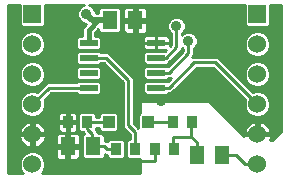
<source format=gtl>
G75*
G70*
%OFA0B0*%
%FSLAX24Y24*%
%IPPOS*%
%LPD*%
%AMOC8*
5,1,8,0,0,1.08239X$1,22.5*
%
%ADD10R,0.0600X0.0200*%
%ADD11R,0.0394X0.0394*%
%ADD12R,0.0500X0.0600*%
%ADD13R,0.0600X0.0600*%
%ADD14C,0.0600*%
%ADD15R,0.0350X0.0400*%
%ADD16C,0.0360*%
%ADD17C,0.0200*%
%ADD18C,0.0160*%
%ADD19C,0.0100*%
D10*
X006601Y006525D03*
X006601Y006025D03*
X006601Y005525D03*
X006601Y005025D03*
X004341Y005025D03*
X004341Y005525D03*
X004341Y006025D03*
X004341Y006525D03*
D11*
X005011Y003875D03*
X006332Y003875D03*
D12*
X007942Y002775D03*
X008801Y002775D03*
X004501Y003075D03*
X003642Y003075D03*
X005042Y007275D03*
X005901Y007275D03*
D13*
X002471Y007475D03*
X009971Y007475D03*
D14*
X009971Y006475D03*
X009971Y005475D03*
X009971Y004475D03*
X009971Y003475D03*
X009971Y002475D03*
X002471Y002475D03*
X002471Y003475D03*
X002471Y004475D03*
X002471Y005475D03*
X002471Y006475D03*
D15*
X003646Y003875D03*
X004296Y003875D03*
X005246Y002975D03*
X005896Y002975D03*
X006546Y002975D03*
X007196Y002975D03*
X007146Y003875D03*
X007796Y003875D03*
D16*
X006771Y004575D03*
X008271Y005275D03*
X008271Y006275D03*
X007671Y006575D03*
X007271Y007075D03*
X005771Y006275D03*
X005071Y005175D03*
X003671Y004675D03*
X003571Y005975D03*
X004271Y007475D03*
D17*
X004471Y007275D01*
X004671Y007275D01*
X005042Y007275D01*
X005071Y007275D01*
D18*
X004671Y007275D02*
X004341Y006945D01*
X004341Y006525D01*
D19*
X001671Y007775D02*
X001671Y002175D01*
X002163Y002175D01*
X002107Y002232D01*
X002041Y002390D01*
X002041Y002561D01*
X002107Y002719D01*
X002228Y002840D01*
X002386Y002905D01*
X002557Y002905D01*
X002715Y002840D01*
X002836Y002719D01*
X002901Y002561D01*
X002901Y002390D01*
X002836Y002232D01*
X002779Y002175D01*
X006071Y002175D01*
X006071Y002645D01*
X005668Y002645D01*
X005591Y002722D01*
X005591Y003229D01*
X005668Y003305D01*
X005716Y003305D01*
X005716Y003476D01*
X005597Y003595D01*
X005491Y003701D01*
X005491Y005201D01*
X004997Y005695D01*
X004847Y005845D01*
X004745Y005845D01*
X004695Y005795D01*
X003988Y005795D01*
X003911Y005872D01*
X003911Y006179D01*
X003988Y006255D01*
X004695Y006255D01*
X004745Y006205D01*
X004847Y006205D01*
X004996Y006205D01*
X005251Y005950D01*
X005851Y005350D01*
X005851Y005201D01*
X005851Y003850D01*
X006005Y003696D01*
X006005Y004126D01*
X006071Y004192D01*
X006071Y004575D01*
X008371Y004575D01*
X009521Y003425D01*
X009521Y003435D01*
X009931Y003435D01*
X009931Y003275D01*
X010011Y003275D01*
X010011Y003435D01*
X010421Y003435D01*
X010421Y003386D01*
X010376Y003275D01*
X010471Y003275D01*
X010771Y003575D01*
X010771Y007775D01*
X010401Y007775D01*
X010401Y007122D01*
X010325Y007045D01*
X009618Y007045D01*
X009541Y007122D01*
X009541Y007775D01*
X004357Y007775D01*
X004447Y007738D01*
X004534Y007651D01*
X004581Y007537D01*
X004581Y007505D01*
X004662Y007505D01*
X004662Y007629D01*
X004738Y007705D01*
X005346Y007705D01*
X005422Y007629D01*
X005422Y006922D01*
X005346Y006845D01*
X004738Y006845D01*
X004662Y006922D01*
X004662Y006969D01*
X004551Y006858D01*
X004551Y006755D01*
X004695Y006755D01*
X004771Y006679D01*
X004771Y006372D01*
X004695Y006295D01*
X003988Y006295D01*
X003911Y006372D01*
X003911Y006679D01*
X003988Y006755D01*
X004131Y006755D01*
X004131Y006858D01*
X004131Y007032D01*
X004260Y007161D01*
X004256Y007165D01*
X004210Y007165D01*
X004096Y007213D01*
X004009Y007300D01*
X003961Y007414D01*
X003961Y007537D01*
X004009Y007651D01*
X004096Y007738D01*
X004186Y007775D01*
X002901Y007775D01*
X002901Y007122D01*
X002825Y007045D01*
X002118Y007045D01*
X002041Y007122D01*
X002041Y007775D01*
X001671Y007775D01*
X001671Y007691D02*
X002041Y007691D01*
X002041Y007592D02*
X001671Y007592D01*
X001671Y007494D02*
X002041Y007494D01*
X002041Y007395D02*
X001671Y007395D01*
X001671Y007297D02*
X002041Y007297D01*
X002041Y007198D02*
X001671Y007198D01*
X001671Y007100D02*
X002063Y007100D01*
X002228Y006840D02*
X002107Y006719D01*
X002041Y006561D01*
X002041Y006390D01*
X002107Y006232D01*
X002228Y006111D01*
X002386Y006045D01*
X002557Y006045D01*
X002715Y006111D01*
X002836Y006232D01*
X002901Y006390D01*
X002901Y006561D01*
X002836Y006719D01*
X002715Y006840D01*
X002557Y006905D01*
X002386Y006905D01*
X002228Y006840D01*
X002192Y006804D02*
X001671Y006804D01*
X001671Y006706D02*
X002101Y006706D01*
X002061Y006607D02*
X001671Y006607D01*
X001671Y006508D02*
X002041Y006508D01*
X002041Y006410D02*
X001671Y006410D01*
X001671Y006311D02*
X002074Y006311D01*
X002126Y006213D02*
X001671Y006213D01*
X001671Y006114D02*
X002225Y006114D01*
X002386Y005905D02*
X002228Y005840D01*
X002107Y005719D01*
X002041Y005561D01*
X002041Y005390D01*
X002107Y005232D01*
X002228Y005111D01*
X002386Y005045D01*
X002557Y005045D01*
X002715Y005111D01*
X002836Y005232D01*
X002901Y005390D01*
X002901Y005561D01*
X002836Y005719D01*
X002715Y005840D01*
X002557Y005905D01*
X002386Y005905D01*
X002207Y005819D02*
X001671Y005819D01*
X001671Y005917D02*
X003911Y005917D01*
X003911Y006016D02*
X001671Y006016D01*
X001671Y005720D02*
X002108Y005720D01*
X002067Y005622D02*
X001671Y005622D01*
X001671Y005523D02*
X002041Y005523D01*
X002041Y005424D02*
X001671Y005424D01*
X001671Y005326D02*
X002068Y005326D01*
X002111Y005227D02*
X001671Y005227D01*
X001671Y005129D02*
X002210Y005129D01*
X002386Y004905D02*
X002228Y004840D01*
X002107Y004719D01*
X002041Y004561D01*
X002041Y004390D01*
X002107Y004232D01*
X002228Y004111D01*
X002386Y004045D01*
X002557Y004045D01*
X002715Y004111D01*
X002836Y004232D01*
X002901Y004390D01*
X002901Y004561D01*
X002875Y004625D01*
X003096Y004845D01*
X003938Y004845D01*
X003988Y004795D01*
X004695Y004795D01*
X004771Y004872D01*
X004771Y005179D01*
X004695Y005255D01*
X003988Y005255D01*
X003938Y005205D01*
X003096Y005205D01*
X002947Y005205D01*
X002621Y004879D01*
X002557Y004905D01*
X002386Y004905D01*
X002221Y004833D02*
X001671Y004833D01*
X001671Y004735D02*
X002123Y004735D01*
X002073Y004636D02*
X001671Y004636D01*
X001671Y004538D02*
X002041Y004538D01*
X002041Y004439D02*
X001671Y004439D01*
X001671Y004340D02*
X002062Y004340D01*
X002103Y004242D02*
X001671Y004242D01*
X001671Y004143D02*
X002195Y004143D01*
X002217Y003857D02*
X002382Y003925D01*
X002431Y003925D01*
X002431Y003515D01*
X002021Y003515D01*
X002021Y003565D01*
X002090Y003730D01*
X002217Y003857D01*
X002207Y003848D02*
X001671Y003848D01*
X001671Y003946D02*
X003321Y003946D01*
X003321Y003913D02*
X003609Y003913D01*
X003609Y004225D01*
X003409Y004225D01*
X003321Y004138D01*
X003321Y003913D01*
X003321Y003838D02*
X003321Y003613D01*
X003409Y003525D01*
X003609Y003525D01*
X003609Y003838D01*
X003321Y003838D01*
X003321Y003749D02*
X002834Y003749D01*
X002853Y003730D02*
X002726Y003857D01*
X002561Y003925D01*
X002511Y003925D01*
X002511Y003515D01*
X002921Y003515D01*
X002921Y003565D01*
X002853Y003730D01*
X002886Y003651D02*
X003321Y003651D01*
X003383Y003552D02*
X002921Y003552D01*
X002921Y003435D02*
X002511Y003435D01*
X002511Y003025D01*
X002561Y003025D01*
X002726Y003094D01*
X002853Y003221D01*
X002921Y003386D01*
X002921Y003435D01*
X002909Y003355D02*
X003242Y003355D01*
X003242Y003438D02*
X003330Y003525D01*
X003592Y003525D01*
X003592Y003125D01*
X003242Y003125D01*
X003242Y003438D01*
X003258Y003454D02*
X001671Y003454D01*
X001671Y003552D02*
X002021Y003552D01*
X002057Y003651D02*
X001671Y003651D01*
X001671Y003749D02*
X002109Y003749D01*
X002431Y003749D02*
X002511Y003749D01*
X002511Y003651D02*
X002431Y003651D01*
X002431Y003552D02*
X002511Y003552D01*
X002431Y003435D02*
X002021Y003435D01*
X002021Y003386D01*
X002090Y003221D01*
X002217Y003094D01*
X002382Y003025D01*
X002431Y003025D01*
X002431Y003435D01*
X002431Y003355D02*
X002511Y003355D01*
X002511Y003256D02*
X002431Y003256D01*
X002431Y003158D02*
X002511Y003158D01*
X002511Y003059D02*
X002431Y003059D01*
X002300Y003059D02*
X001671Y003059D01*
X001671Y002961D02*
X003242Y002961D01*
X003242Y003025D02*
X003242Y002713D01*
X003330Y002625D01*
X003592Y002625D01*
X003592Y003025D01*
X003242Y003025D01*
X003242Y003158D02*
X002790Y003158D01*
X002868Y003256D02*
X003242Y003256D01*
X003592Y003256D02*
X003692Y003256D01*
X003692Y003158D02*
X003592Y003158D01*
X003642Y003075D02*
X003671Y003075D01*
X003671Y002575D01*
X006546Y002575D01*
X006546Y002975D01*
X006071Y002567D02*
X002899Y002567D01*
X002901Y002468D02*
X006071Y002468D01*
X006071Y002370D02*
X002893Y002370D01*
X002852Y002271D02*
X006071Y002271D01*
X005648Y002665D02*
X005495Y002665D01*
X005475Y002645D02*
X005551Y002722D01*
X005551Y003229D01*
X005475Y003305D01*
X005018Y003305D01*
X004957Y003245D01*
X004946Y003255D01*
X004881Y003255D01*
X004881Y003429D01*
X004805Y003505D01*
X004651Y003505D01*
X004651Y003550D01*
X004591Y003611D01*
X004601Y003622D01*
X004601Y003695D01*
X004684Y003695D01*
X004684Y003625D01*
X004760Y003549D01*
X005262Y003549D01*
X005338Y003625D01*
X005338Y004126D01*
X005262Y004202D01*
X004760Y004202D01*
X004684Y004126D01*
X004684Y004055D01*
X004601Y004055D01*
X004601Y004129D01*
X004525Y004205D01*
X004068Y004205D01*
X003991Y004129D01*
X003991Y003622D01*
X004068Y003545D01*
X004147Y003545D01*
X004192Y003500D01*
X004121Y003429D01*
X004121Y002722D01*
X004197Y002645D01*
X004805Y002645D01*
X004881Y002722D01*
X004881Y002811D01*
X004897Y002795D01*
X004941Y002795D01*
X004941Y002722D01*
X005018Y002645D01*
X005475Y002645D01*
X005551Y002764D02*
X005591Y002764D01*
X005591Y002862D02*
X005551Y002862D01*
X005551Y002961D02*
X005591Y002961D01*
X005591Y003059D02*
X005551Y003059D01*
X005551Y003158D02*
X005591Y003158D01*
X005619Y003256D02*
X005524Y003256D01*
X005716Y003355D02*
X004881Y003355D01*
X004881Y003256D02*
X004969Y003256D01*
X004871Y003075D02*
X004501Y003075D01*
X004371Y003075D01*
X004471Y003075D02*
X004471Y003475D01*
X004296Y003650D01*
X004296Y003875D01*
X005011Y003875D01*
X005338Y003848D02*
X005491Y003848D01*
X005491Y003946D02*
X005338Y003946D01*
X005338Y004045D02*
X005491Y004045D01*
X005491Y004143D02*
X005320Y004143D01*
X005491Y004242D02*
X002840Y004242D01*
X002881Y004340D02*
X005491Y004340D01*
X005491Y004439D02*
X002901Y004439D01*
X002901Y004538D02*
X005491Y004538D01*
X005491Y004636D02*
X002887Y004636D01*
X002985Y004735D02*
X005491Y004735D01*
X005491Y004833D02*
X004733Y004833D01*
X004771Y004932D02*
X005491Y004932D01*
X005491Y005030D02*
X004771Y005030D01*
X004771Y005129D02*
X005491Y005129D01*
X005465Y005227D02*
X004723Y005227D01*
X004695Y005295D02*
X004771Y005372D01*
X004771Y005679D01*
X004695Y005755D01*
X003988Y005755D01*
X003911Y005679D01*
X003911Y005372D01*
X003988Y005295D01*
X004695Y005295D01*
X004726Y005326D02*
X005366Y005326D01*
X005268Y005424D02*
X004771Y005424D01*
X004771Y005523D02*
X005169Y005523D01*
X005071Y005622D02*
X004771Y005622D01*
X004731Y005720D02*
X004972Y005720D01*
X004874Y005819D02*
X004719Y005819D01*
X004921Y006025D02*
X005071Y005875D01*
X004971Y005975D01*
X004921Y006025D02*
X004341Y006025D01*
X003964Y005819D02*
X002736Y005819D01*
X002835Y005720D02*
X003952Y005720D01*
X003911Y005622D02*
X002876Y005622D01*
X002901Y005523D02*
X003911Y005523D01*
X003911Y005424D02*
X002901Y005424D01*
X002875Y005326D02*
X003957Y005326D01*
X003960Y005227D02*
X002831Y005227D01*
X002870Y005129D02*
X002733Y005129D01*
X002772Y005030D02*
X001671Y005030D01*
X001671Y004932D02*
X002673Y004932D01*
X003021Y005025D02*
X002471Y004475D01*
X002748Y004143D02*
X003327Y004143D01*
X003321Y004045D02*
X001671Y004045D01*
X002431Y003848D02*
X002511Y003848D01*
X002736Y003848D02*
X003991Y003848D01*
X003971Y003838D02*
X003684Y003838D01*
X003684Y003525D01*
X003884Y003525D01*
X003971Y003613D01*
X003971Y003838D01*
X003971Y003913D02*
X003971Y004138D01*
X003884Y004225D01*
X003684Y004225D01*
X003684Y003913D01*
X003971Y003913D01*
X003971Y003946D02*
X003991Y003946D01*
X003991Y004045D02*
X003971Y004045D01*
X003966Y004143D02*
X004006Y004143D01*
X003684Y004143D02*
X003609Y004143D01*
X003609Y004045D02*
X003684Y004045D01*
X003684Y003946D02*
X003609Y003946D01*
X003609Y003749D02*
X003684Y003749D01*
X003684Y003651D02*
X003609Y003651D01*
X003609Y003552D02*
X003684Y003552D01*
X003692Y003525D02*
X003954Y003525D01*
X004042Y003438D01*
X004042Y003125D01*
X003692Y003125D01*
X003692Y003525D01*
X003692Y003454D02*
X003592Y003454D01*
X003592Y003355D02*
X003692Y003355D01*
X003910Y003552D02*
X004061Y003552D01*
X004026Y003454D02*
X004145Y003454D01*
X004121Y003355D02*
X004042Y003355D01*
X004042Y003256D02*
X004121Y003256D01*
X004121Y003158D02*
X004042Y003158D01*
X004121Y003059D02*
X002643Y003059D01*
X002661Y002862D02*
X003242Y002862D01*
X003242Y002764D02*
X002791Y002764D01*
X002858Y002665D02*
X003290Y002665D01*
X003592Y002665D02*
X003692Y002665D01*
X003692Y002625D02*
X003954Y002625D01*
X004042Y002713D01*
X004042Y003025D01*
X003692Y003025D01*
X003692Y002625D01*
X003692Y002764D02*
X003592Y002764D01*
X003592Y002862D02*
X003692Y002862D01*
X003692Y002961D02*
X003592Y002961D01*
X004042Y002961D02*
X004121Y002961D01*
X004121Y002862D02*
X004042Y002862D01*
X004042Y002764D02*
X004121Y002764D01*
X004177Y002665D02*
X003994Y002665D01*
X004471Y003075D02*
X004501Y003075D01*
X004871Y003075D02*
X004971Y002975D01*
X005246Y002975D01*
X004941Y002764D02*
X004881Y002764D01*
X004825Y002665D02*
X004998Y002665D01*
X005896Y002975D02*
X005896Y003550D01*
X005671Y003775D01*
X005671Y005275D01*
X005071Y005875D01*
X005186Y006016D02*
X006171Y006016D01*
X006171Y006114D02*
X005087Y006114D01*
X005284Y005917D02*
X006171Y005917D01*
X006171Y005872D02*
X006248Y005795D01*
X006955Y005795D01*
X007031Y005872D01*
X007031Y005881D01*
X007346Y006195D01*
X007451Y006301D01*
X007451Y006357D01*
X007491Y006317D01*
X007491Y006250D01*
X006976Y005735D01*
X006955Y005755D01*
X006248Y005755D01*
X006171Y005679D01*
X006171Y005372D01*
X006248Y005295D01*
X006955Y005295D01*
X007005Y005345D01*
X007087Y005345D01*
X006976Y005235D01*
X006955Y005255D01*
X006248Y005255D01*
X006171Y005179D01*
X006171Y004872D01*
X006248Y004795D01*
X006955Y004795D01*
X007005Y004845D01*
X007096Y004845D01*
X007946Y005695D01*
X008497Y005695D01*
X009568Y004625D01*
X009541Y004561D01*
X009541Y004390D01*
X009607Y004232D01*
X009728Y004111D01*
X009886Y004045D01*
X010057Y004045D01*
X010215Y004111D01*
X010336Y004232D01*
X010401Y004390D01*
X010401Y004561D01*
X010336Y004719D01*
X010215Y004840D01*
X010057Y004905D01*
X009886Y004905D01*
X009822Y004879D01*
X008646Y006055D01*
X008497Y006055D01*
X007806Y006055D01*
X007851Y006101D01*
X007851Y006317D01*
X007934Y006400D01*
X007981Y006514D01*
X007981Y006637D01*
X007934Y006751D01*
X007847Y006838D01*
X007733Y006885D01*
X007610Y006885D01*
X007496Y006838D01*
X007451Y006794D01*
X007451Y006817D01*
X007534Y006900D01*
X007581Y007014D01*
X007581Y007137D01*
X007534Y007251D01*
X007447Y007338D01*
X007333Y007385D01*
X007210Y007385D01*
X007096Y007338D01*
X007009Y007251D01*
X006961Y007137D01*
X006961Y007014D01*
X007009Y006900D01*
X007091Y006817D01*
X007091Y006450D01*
X007051Y006410D01*
X007051Y006525D01*
X006602Y006525D01*
X006602Y006275D01*
X006917Y006275D01*
X006897Y006255D01*
X006248Y006255D01*
X006171Y006179D01*
X006171Y005872D01*
X006224Y005819D02*
X005383Y005819D01*
X005481Y005720D02*
X006212Y005720D01*
X006171Y005622D02*
X005580Y005622D01*
X005678Y005523D02*
X006171Y005523D01*
X006171Y005424D02*
X005777Y005424D01*
X005851Y005326D02*
X006217Y005326D01*
X006220Y005227D02*
X005851Y005227D01*
X005851Y005129D02*
X006171Y005129D01*
X006171Y005030D02*
X005851Y005030D01*
X005851Y004932D02*
X006171Y004932D01*
X006210Y004833D02*
X005851Y004833D01*
X005851Y004735D02*
X009458Y004735D01*
X009359Y004833D02*
X006993Y004833D01*
X007182Y004932D02*
X009261Y004932D01*
X009162Y005030D02*
X007281Y005030D01*
X007379Y005129D02*
X009064Y005129D01*
X008965Y005227D02*
X007478Y005227D01*
X007576Y005326D02*
X008866Y005326D01*
X008768Y005424D02*
X007675Y005424D01*
X007774Y005523D02*
X008669Y005523D01*
X008571Y005622D02*
X007872Y005622D01*
X007871Y005875D02*
X008571Y005875D01*
X009971Y004475D01*
X010370Y004636D02*
X010771Y004636D01*
X010771Y004538D02*
X010401Y004538D01*
X010401Y004439D02*
X010771Y004439D01*
X010771Y004340D02*
X010381Y004340D01*
X010340Y004242D02*
X010771Y004242D01*
X010771Y004143D02*
X010248Y004143D01*
X010226Y003857D02*
X010061Y003925D01*
X010011Y003925D01*
X010011Y003515D01*
X010421Y003515D01*
X010421Y003565D01*
X010353Y003730D01*
X010226Y003857D01*
X010236Y003848D02*
X010771Y003848D01*
X010771Y003946D02*
X009001Y003946D01*
X009099Y003848D02*
X009707Y003848D01*
X009717Y003857D02*
X009590Y003730D01*
X009521Y003565D01*
X009521Y003515D01*
X009931Y003515D01*
X009931Y003925D01*
X009882Y003925D01*
X009717Y003857D01*
X009609Y003749D02*
X009198Y003749D01*
X009296Y003651D02*
X009557Y003651D01*
X009521Y003552D02*
X009395Y003552D01*
X009493Y003454D02*
X010650Y003454D01*
X010748Y003552D02*
X010421Y003552D01*
X010386Y003651D02*
X010771Y003651D01*
X010771Y003749D02*
X010334Y003749D01*
X010011Y003749D02*
X009931Y003749D01*
X009931Y003651D02*
X010011Y003651D01*
X010011Y003552D02*
X009931Y003552D01*
X009931Y003355D02*
X010011Y003355D01*
X010409Y003355D02*
X010551Y003355D01*
X010011Y003848D02*
X009931Y003848D01*
X009695Y004143D02*
X008804Y004143D01*
X008902Y004045D02*
X010771Y004045D01*
X010771Y004735D02*
X010320Y004735D01*
X010222Y004833D02*
X010771Y004833D01*
X010771Y004932D02*
X009770Y004932D01*
X009671Y005030D02*
X010771Y005030D01*
X010771Y005129D02*
X010233Y005129D01*
X010215Y005111D02*
X010336Y005232D01*
X010401Y005390D01*
X010401Y005561D01*
X010336Y005719D01*
X010215Y005840D01*
X010057Y005905D01*
X009886Y005905D01*
X009728Y005840D01*
X009607Y005719D01*
X009541Y005561D01*
X009541Y005390D01*
X009607Y005232D01*
X009728Y005111D01*
X009886Y005045D01*
X010057Y005045D01*
X010215Y005111D01*
X010331Y005227D02*
X010771Y005227D01*
X010771Y005326D02*
X010375Y005326D01*
X010401Y005424D02*
X010771Y005424D01*
X010771Y005523D02*
X010401Y005523D01*
X010376Y005622D02*
X010771Y005622D01*
X010771Y005720D02*
X010335Y005720D01*
X010236Y005819D02*
X010771Y005819D01*
X010771Y005917D02*
X008784Y005917D01*
X008686Y006016D02*
X010771Y006016D01*
X010771Y006114D02*
X010218Y006114D01*
X010215Y006111D02*
X010336Y006232D01*
X010401Y006390D01*
X010401Y006561D01*
X010336Y006719D01*
X010215Y006840D01*
X010057Y006905D01*
X009886Y006905D01*
X009728Y006840D01*
X009607Y006719D01*
X009541Y006561D01*
X009541Y006390D01*
X009607Y006232D01*
X009728Y006111D01*
X009886Y006045D01*
X010057Y006045D01*
X010215Y006111D01*
X010317Y006213D02*
X010771Y006213D01*
X010771Y006311D02*
X010369Y006311D01*
X010401Y006410D02*
X010771Y006410D01*
X010771Y006508D02*
X010401Y006508D01*
X010382Y006607D02*
X010771Y006607D01*
X010771Y006706D02*
X010342Y006706D01*
X010251Y006804D02*
X010771Y006804D01*
X010771Y006903D02*
X010064Y006903D01*
X009879Y006903D02*
X007535Y006903D01*
X007576Y007001D02*
X010771Y007001D01*
X010771Y007100D02*
X010380Y007100D01*
X010401Y007198D02*
X010771Y007198D01*
X010771Y007297D02*
X010401Y007297D01*
X010401Y007395D02*
X010771Y007395D01*
X010771Y007494D02*
X010401Y007494D01*
X010401Y007592D02*
X010771Y007592D01*
X010771Y007691D02*
X010401Y007691D01*
X009541Y007691D02*
X006248Y007691D01*
X006213Y007725D02*
X006301Y007638D01*
X006301Y007325D01*
X005951Y007325D01*
X005951Y007725D01*
X006213Y007725D01*
X006301Y007592D02*
X009541Y007592D01*
X009541Y007494D02*
X006301Y007494D01*
X006301Y007395D02*
X009541Y007395D01*
X009541Y007297D02*
X007489Y007297D01*
X007556Y007198D02*
X009541Y007198D01*
X009563Y007100D02*
X007581Y007100D01*
X007271Y007075D02*
X007271Y006375D01*
X006921Y006025D01*
X006601Y006025D01*
X006601Y006275D02*
X006239Y006275D01*
X006151Y006363D01*
X006151Y006525D01*
X006601Y006525D01*
X006601Y006275D01*
X006601Y006311D02*
X006602Y006311D01*
X006601Y006410D02*
X006602Y006410D01*
X006601Y006508D02*
X006602Y006508D01*
X006601Y006526D02*
X006601Y006775D01*
X006239Y006775D01*
X006151Y006688D01*
X006151Y006526D01*
X006601Y006526D01*
X006602Y006526D02*
X007051Y006526D01*
X007051Y006688D01*
X006964Y006775D01*
X006602Y006775D01*
X006602Y006526D01*
X006601Y006607D02*
X006602Y006607D01*
X006601Y006706D02*
X006602Y006706D01*
X006301Y006913D02*
X006213Y006825D01*
X005951Y006825D01*
X005951Y007225D01*
X006301Y007225D01*
X006301Y006913D01*
X006290Y006903D02*
X007008Y006903D01*
X006967Y007001D02*
X006301Y007001D01*
X006301Y007100D02*
X006961Y007100D01*
X006987Y007198D02*
X006301Y007198D01*
X005951Y007198D02*
X005851Y007198D01*
X005851Y007225D02*
X005501Y007225D01*
X005501Y006913D01*
X005589Y006825D01*
X005851Y006825D01*
X005851Y007225D01*
X005851Y007325D02*
X005851Y007725D01*
X005589Y007725D01*
X005501Y007638D01*
X005501Y007325D01*
X005851Y007325D01*
X005851Y007395D02*
X005951Y007395D01*
X005951Y007494D02*
X005851Y007494D01*
X005851Y007592D02*
X005951Y007592D01*
X005951Y007691D02*
X005851Y007691D01*
X005554Y007691D02*
X005360Y007691D01*
X005422Y007592D02*
X005501Y007592D01*
X005501Y007494D02*
X005422Y007494D01*
X005422Y007395D02*
X005501Y007395D01*
X005422Y007297D02*
X007054Y007297D01*
X007091Y006804D02*
X004551Y006804D01*
X004596Y006903D02*
X004681Y006903D01*
X004745Y006706D02*
X006169Y006706D01*
X006151Y006607D02*
X004771Y006607D01*
X004771Y006508D02*
X006151Y006508D01*
X006151Y006410D02*
X004771Y006410D01*
X004711Y006311D02*
X006203Y006311D01*
X006205Y006213D02*
X004738Y006213D01*
X004131Y006804D02*
X002751Y006804D01*
X002842Y006706D02*
X003938Y006706D01*
X003911Y006607D02*
X002882Y006607D01*
X002901Y006508D02*
X003911Y006508D01*
X003911Y006410D02*
X002901Y006410D01*
X002869Y006311D02*
X003972Y006311D01*
X003945Y006213D02*
X002817Y006213D01*
X002718Y006114D02*
X003911Y006114D01*
X004131Y006903D02*
X002564Y006903D01*
X002379Y006903D02*
X001671Y006903D01*
X001671Y007001D02*
X004131Y007001D01*
X004199Y007100D02*
X002880Y007100D01*
X002901Y007198D02*
X004131Y007198D01*
X004012Y007297D02*
X002901Y007297D01*
X002901Y007395D02*
X003969Y007395D01*
X003961Y007494D02*
X002901Y007494D01*
X002901Y007592D02*
X003984Y007592D01*
X004049Y007691D02*
X002901Y007691D01*
X004494Y007691D02*
X004724Y007691D01*
X004662Y007592D02*
X004559Y007592D01*
X005422Y007198D02*
X005501Y007198D01*
X005501Y007100D02*
X005422Y007100D01*
X005422Y007001D02*
X005501Y007001D01*
X005512Y006903D02*
X005403Y006903D01*
X005851Y006903D02*
X005951Y006903D01*
X005951Y007001D02*
X005851Y007001D01*
X005851Y007100D02*
X005951Y007100D01*
X007034Y006706D02*
X007091Y006706D01*
X007091Y006607D02*
X007051Y006607D01*
X007051Y006508D02*
X007091Y006508D01*
X007363Y006213D02*
X007454Y006213D01*
X007451Y006311D02*
X007491Y006311D01*
X007671Y006175D02*
X007671Y006575D01*
X007462Y006804D02*
X007451Y006804D01*
X007881Y006804D02*
X009692Y006804D01*
X009601Y006706D02*
X007953Y006706D01*
X007981Y006607D02*
X009561Y006607D01*
X009541Y006508D02*
X007979Y006508D01*
X007938Y006410D02*
X009541Y006410D01*
X009574Y006311D02*
X007851Y006311D01*
X007851Y006213D02*
X009626Y006213D01*
X009725Y006114D02*
X007851Y006114D01*
X007671Y006175D02*
X007021Y005525D01*
X006601Y005525D01*
X006986Y005326D02*
X007067Y005326D01*
X007021Y005025D02*
X006601Y005025D01*
X007021Y005025D02*
X007871Y005875D01*
X007356Y006114D02*
X007265Y006114D01*
X007257Y006016D02*
X007166Y006016D01*
X007159Y005917D02*
X007068Y005917D01*
X007060Y005819D02*
X006979Y005819D01*
X005851Y004636D02*
X009556Y004636D01*
X009541Y004538D02*
X008409Y004538D01*
X008508Y004439D02*
X009541Y004439D01*
X009562Y004340D02*
X008606Y004340D01*
X008705Y004242D02*
X009603Y004242D01*
X009573Y005129D02*
X009710Y005129D01*
X009611Y005227D02*
X009474Y005227D01*
X009568Y005326D02*
X009376Y005326D01*
X009277Y005424D02*
X009541Y005424D01*
X009541Y005523D02*
X009178Y005523D01*
X009080Y005622D02*
X009567Y005622D01*
X009608Y005720D02*
X008981Y005720D01*
X008883Y005819D02*
X009707Y005819D01*
X007796Y003875D02*
X007771Y003875D01*
X007771Y003375D01*
X007171Y003375D01*
X007171Y002975D01*
X007196Y002975D01*
X007771Y003375D02*
X007942Y003205D01*
X007942Y002775D01*
X008771Y002775D02*
X008801Y002775D01*
X009271Y002775D01*
X009571Y002475D01*
X009971Y002475D01*
X007146Y003875D02*
X006332Y003875D01*
X006271Y003875D01*
X006005Y003848D02*
X005854Y003848D01*
X005851Y003946D02*
X006005Y003946D01*
X006005Y004045D02*
X005851Y004045D01*
X005851Y004143D02*
X006023Y004143D01*
X006071Y004242D02*
X005851Y004242D01*
X005851Y004340D02*
X006071Y004340D01*
X006071Y004439D02*
X005851Y004439D01*
X005851Y004538D02*
X006071Y004538D01*
X006005Y003749D02*
X005952Y003749D01*
X005640Y003552D02*
X005265Y003552D01*
X005338Y003651D02*
X005542Y003651D01*
X005491Y003749D02*
X005338Y003749D01*
X005716Y003454D02*
X004857Y003454D01*
X004757Y003552D02*
X004649Y003552D01*
X004684Y003651D02*
X004601Y003651D01*
X004296Y003875D02*
X004271Y003875D01*
X003991Y003749D02*
X003971Y003749D01*
X003971Y003651D02*
X003991Y003651D01*
X004587Y004143D02*
X004701Y004143D01*
X003950Y004833D02*
X003084Y004833D01*
X003021Y005025D02*
X004341Y005025D01*
X002034Y003355D02*
X001671Y003355D01*
X001671Y003256D02*
X002075Y003256D01*
X002153Y003158D02*
X001671Y003158D01*
X001671Y002862D02*
X002282Y002862D01*
X002152Y002764D02*
X001671Y002764D01*
X001671Y002665D02*
X002085Y002665D01*
X002044Y002567D02*
X001671Y002567D01*
X001671Y002468D02*
X002041Y002468D01*
X002050Y002370D02*
X001671Y002370D01*
X001671Y002271D02*
X002091Y002271D01*
M02*

</source>
